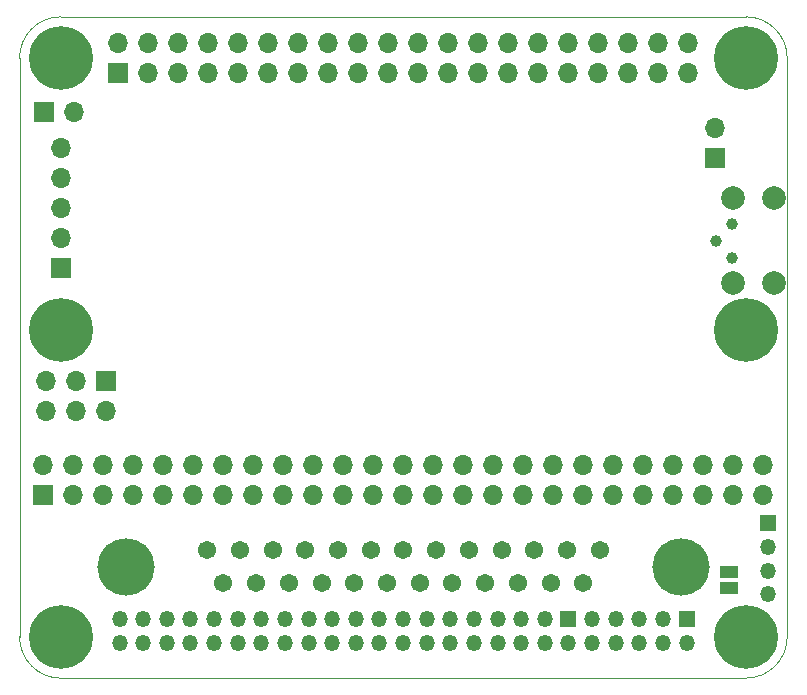
<source format=gbr>
%TF.GenerationSoftware,KiCad,Pcbnew,(5.1.7-7-g831c51c875)-1*%
%TF.CreationDate,2021-01-07T08:30:11-06:00*%
%TF.ProjectId,rascsi_2p4,72617363-7369-45f3-9270-342e6b696361,rev?*%
%TF.SameCoordinates,PX59d60c0PY325aa00*%
%TF.FileFunction,Soldermask,Bot*%
%TF.FilePolarity,Negative*%
%FSLAX46Y46*%
G04 Gerber Fmt 4.6, Leading zero omitted, Abs format (unit mm)*
G04 Created by KiCad (PCBNEW (5.1.7-7-g831c51c875)-1) date 2021-01-07 08:30:11*
%MOMM*%
%LPD*%
G01*
G04 APERTURE LIST*
%TA.AperFunction,Profile*%
%ADD10C,0.050000*%
%TD*%
%ADD11C,4.845000*%
%ADD12C,1.545000*%
%ADD13O,1.350000X1.350000*%
%ADD14R,1.350000X1.350000*%
%ADD15R,1.500000X1.000000*%
%ADD16O,1.700000X1.700000*%
%ADD17R,1.700000X1.700000*%
%ADD18C,1.000000*%
%ADD19C,2.000000*%
%ADD20C,0.800000*%
%ADD21C,5.400000*%
G04 APERTURE END LIST*
D10*
X83800000Y-45696000D02*
X141800000Y-45696000D01*
X83800000Y-45696000D02*
G75*
G02*
X80300000Y-42196000I0J3500000D01*
G01*
X145300000Y-42196000D02*
G75*
G02*
X141800000Y-45696000I-3500000J0D01*
G01*
X80300000Y6800000D02*
X80300000Y-42196000D01*
X145300000Y6800000D02*
X145300000Y-42196000D01*
X83800000Y10300000D02*
X141800000Y10300000D01*
X80300000Y6800000D02*
G75*
G02*
X83800000Y10300000I3500000J0D01*
G01*
X141800000Y10300000D02*
G75*
G02*
X145300000Y6800000I0J-3500000D01*
G01*
D11*
%TO.C,J6*%
X89281600Y-36250000D03*
X136321600Y-36250000D03*
D12*
X97566600Y-37670000D03*
X100336600Y-37670000D03*
X103106600Y-37670000D03*
X105876600Y-37670000D03*
X108646600Y-37670000D03*
X111416600Y-37670000D03*
X114186600Y-37670000D03*
X116956600Y-37670000D03*
X119726600Y-37670000D03*
X122496600Y-37670000D03*
X125266600Y-37670000D03*
X128036600Y-37670000D03*
X96181600Y-34830000D03*
X98951600Y-34830000D03*
X101721600Y-34830000D03*
X104491600Y-34830000D03*
X107261600Y-34830000D03*
X110031600Y-34830000D03*
X112801600Y-34830000D03*
X115571600Y-34830000D03*
X118341600Y-34830000D03*
X121111600Y-34830000D03*
X123881600Y-34830000D03*
X126651600Y-34830000D03*
X129421600Y-34830000D03*
%TD*%
D13*
%TO.C,J9*%
X88772000Y-42688000D03*
X88772000Y-40688000D03*
X90772000Y-42688000D03*
X90772000Y-40688000D03*
X92772000Y-42688000D03*
X92772000Y-40688000D03*
X94772000Y-42688000D03*
X94772000Y-40688000D03*
X96772000Y-42688000D03*
X96772000Y-40688000D03*
X98772000Y-42688000D03*
X98772000Y-40688000D03*
X100772000Y-42688000D03*
X100772000Y-40688000D03*
X102772000Y-42688000D03*
X102772000Y-40688000D03*
X104772000Y-42688000D03*
X104772000Y-40688000D03*
X106772000Y-42688000D03*
X106772000Y-40688000D03*
X108772000Y-42688000D03*
X108772000Y-40688000D03*
X110772000Y-42688000D03*
X110772000Y-40688000D03*
X112772000Y-42688000D03*
X112772000Y-40688000D03*
X114772000Y-42688000D03*
X114772000Y-40688000D03*
X116772000Y-42688000D03*
X116772000Y-40688000D03*
X118772000Y-42688000D03*
X118772000Y-40688000D03*
X120772000Y-42688000D03*
X120772000Y-40688000D03*
X122772000Y-42688000D03*
X122772000Y-40688000D03*
X124772000Y-42688000D03*
X124772000Y-40688000D03*
X126772000Y-42688000D03*
D14*
X126772000Y-40688000D03*
D13*
X128772000Y-42688000D03*
X128772000Y-40688000D03*
X130772000Y-42688000D03*
X130772000Y-40688000D03*
X132772000Y-42688000D03*
X132772000Y-40688000D03*
X134772000Y-42688000D03*
X134772000Y-40688000D03*
X136772000Y-42688000D03*
D14*
X136772000Y-40688000D03*
%TD*%
D13*
%TO.C,J10*%
X143630000Y-38592000D03*
X143630000Y-36592000D03*
X143630000Y-34592000D03*
D14*
X143630000Y-32592000D03*
%TD*%
D15*
%TO.C,JP1*%
X140328000Y-36736000D03*
X140328000Y-38036000D03*
%TD*%
D16*
%TO.C,J3*%
X143226500Y-27654500D03*
X143226500Y-30194500D03*
X140686500Y-27654500D03*
X140686500Y-30194500D03*
X138146500Y-27654500D03*
X138146500Y-30194500D03*
X135606500Y-27654500D03*
X135606500Y-30194500D03*
X133066500Y-27654500D03*
X133066500Y-30194500D03*
X130526500Y-27654500D03*
X130526500Y-30194500D03*
X127986500Y-27654500D03*
X127986500Y-30194500D03*
X125446500Y-27654500D03*
X125446500Y-30194500D03*
X122906500Y-27654500D03*
X122906500Y-30194500D03*
X120366500Y-27654500D03*
X120366500Y-30194500D03*
X117826500Y-27654500D03*
X117826500Y-30194500D03*
X115286500Y-27654500D03*
X115286500Y-30194500D03*
X112746500Y-27654500D03*
X112746500Y-30194500D03*
X110206500Y-27654500D03*
X110206500Y-30194500D03*
X107666500Y-27654500D03*
X107666500Y-30194500D03*
X105126500Y-27654500D03*
X105126500Y-30194500D03*
X102586500Y-27654500D03*
X102586500Y-30194500D03*
X100046500Y-27654500D03*
X100046500Y-30194500D03*
X97506500Y-27654500D03*
X97506500Y-30194500D03*
X94966500Y-27654500D03*
X94966500Y-30194500D03*
X92426500Y-27654500D03*
X92426500Y-30194500D03*
X89886500Y-27654500D03*
X89886500Y-30194500D03*
X87346500Y-27654500D03*
X87346500Y-30194500D03*
X84806500Y-27654500D03*
X84806500Y-30194500D03*
X82266500Y-27654500D03*
D17*
X82266500Y-30194500D03*
%TD*%
D18*
%TO.C,TP1*%
X140650000Y-7250000D03*
%TD*%
%TO.C,TP2*%
X139260000Y-8660000D03*
%TD*%
%TO.C,TP3*%
X140650000Y-10110000D03*
%TD*%
D19*
%TO.C,J8*%
X140705000Y-12235000D03*
X140705000Y-5085000D03*
X144155000Y-5085000D03*
X144155000Y-12235000D03*
%TD*%
D16*
%TO.C,J2*%
X139226000Y857000D03*
D17*
X139226000Y-1683000D03*
%TD*%
D16*
%TO.C,J7*%
X84920000Y2280000D03*
D17*
X82380000Y2280000D03*
%TD*%
D16*
%TO.C,J5*%
X82560000Y-23110000D03*
X82560000Y-20570000D03*
X85100000Y-23110000D03*
X85100000Y-20570000D03*
X87640000Y-23110000D03*
D17*
X87640000Y-20570000D03*
%TD*%
D16*
%TO.C,J1*%
X136930000Y8070000D03*
X136930000Y5530000D03*
X134390000Y8070000D03*
X134390000Y5530000D03*
X131850000Y8070000D03*
X131850000Y5530000D03*
X129310000Y8070000D03*
X129310000Y5530000D03*
X126770000Y8070000D03*
X126770000Y5530000D03*
X124230000Y8070000D03*
X124230000Y5530000D03*
X121690000Y8070000D03*
X121690000Y5530000D03*
X119150000Y8070000D03*
X119150000Y5530000D03*
X116610000Y8070000D03*
X116610000Y5530000D03*
X114070000Y8070000D03*
X114070000Y5530000D03*
X111530000Y8070000D03*
X111530000Y5530000D03*
X108990000Y8070000D03*
X108990000Y5530000D03*
X106450000Y8070000D03*
X106450000Y5530000D03*
X103910000Y8070000D03*
X103910000Y5530000D03*
X101370000Y8070000D03*
X101370000Y5530000D03*
X98830000Y8070000D03*
X98830000Y5530000D03*
X96290000Y8070000D03*
X96290000Y5530000D03*
X93750000Y8070000D03*
X93750000Y5530000D03*
X91210000Y8070000D03*
X91210000Y5530000D03*
X88670000Y8070000D03*
D17*
X88670000Y5530000D03*
%TD*%
D20*
%TO.C,H2*%
X143231891Y8231891D03*
X141800000Y8825000D03*
X140368109Y8231891D03*
X139775000Y6800000D03*
X140368109Y5368109D03*
X141800000Y4775000D03*
X143231891Y5368109D03*
X143825000Y6800000D03*
D21*
X141800000Y6800000D03*
%TD*%
D20*
%TO.C,H1*%
X85231891Y8231891D03*
X83800000Y8825000D03*
X82368109Y8231891D03*
X81775000Y6800000D03*
X82368109Y5368109D03*
X83800000Y4775000D03*
X85231891Y5368109D03*
X85825000Y6800000D03*
D21*
X83800000Y6800000D03*
%TD*%
D16*
%TO.C,J4*%
X83810000Y-820000D03*
X83810000Y-3360000D03*
X83810000Y-5900000D03*
X83810000Y-8440000D03*
D17*
X83810000Y-10980000D03*
%TD*%
D20*
%TO.C,H6*%
X143231891Y-40768109D03*
X141800000Y-40175000D03*
X140368109Y-40768109D03*
X139775000Y-42200000D03*
X140368109Y-43631891D03*
X141800000Y-44225000D03*
X143231891Y-43631891D03*
X143825000Y-42200000D03*
D21*
X141800000Y-42200000D03*
%TD*%
D20*
%TO.C,H5*%
X85231891Y-40768109D03*
X83800000Y-40175000D03*
X82368109Y-40768109D03*
X81775000Y-42200000D03*
X82368109Y-43631891D03*
X83800000Y-44225000D03*
X85231891Y-43631891D03*
X85825000Y-42200000D03*
D21*
X83800000Y-42200000D03*
%TD*%
D20*
%TO.C,H4*%
X143231891Y-14768109D03*
X141800000Y-14175000D03*
X140368109Y-14768109D03*
X139775000Y-16200000D03*
X140368109Y-17631891D03*
X141800000Y-18225000D03*
X143231891Y-17631891D03*
X143825000Y-16200000D03*
D21*
X141800000Y-16200000D03*
%TD*%
D20*
%TO.C,H3*%
X85231891Y-14768109D03*
X83800000Y-14175000D03*
X82368109Y-14768109D03*
X81775000Y-16200000D03*
X82368109Y-17631891D03*
X83800000Y-18225000D03*
X85231891Y-17631891D03*
X85825000Y-16200000D03*
D21*
X83800000Y-16200000D03*
%TD*%
M02*

</source>
